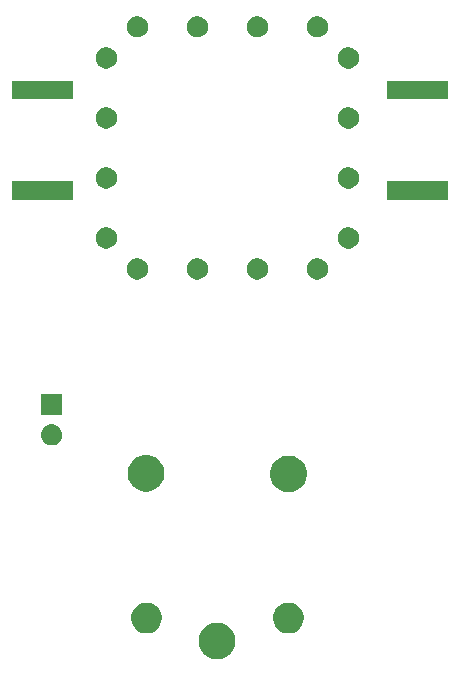
<source format=gbr>
G04 #@! TF.GenerationSoftware,KiCad,Pcbnew,(5.0.1-3-g963ef8bb5)*
G04 #@! TF.CreationDate,2018-11-12T17:33:24-05:00*
G04 #@! TF.ProjectId,Noise Source,4E6F69736520536F757263652E6B6963,rev?*
G04 #@! TF.SameCoordinates,Original*
G04 #@! TF.FileFunction,Soldermask,Bot*
G04 #@! TF.FilePolarity,Negative*
%FSLAX46Y46*%
G04 Gerber Fmt 4.6, Leading zero omitted, Abs format (unit mm)*
G04 Created by KiCad (PCBNEW (5.0.1-3-g963ef8bb5)) date Monday, November 12, 2018 at 05:33:24 PM*
%MOMM*%
%LPD*%
G01*
G04 APERTURE LIST*
%ADD10C,0.100000*%
G04 APERTURE END LIST*
D10*
G36*
X154852527Y-145988736D02*
X154952410Y-146008604D01*
X155234674Y-146125521D01*
X155488705Y-146295259D01*
X155704741Y-146511295D01*
X155874479Y-146765326D01*
X155991396Y-147047590D01*
X156051000Y-147347240D01*
X156051000Y-147652760D01*
X155991396Y-147952410D01*
X155874479Y-148234674D01*
X155704741Y-148488705D01*
X155488705Y-148704741D01*
X155234674Y-148874479D01*
X154952410Y-148991396D01*
X154852527Y-149011264D01*
X154652762Y-149051000D01*
X154347238Y-149051000D01*
X154147473Y-149011264D01*
X154047590Y-148991396D01*
X153765326Y-148874479D01*
X153511295Y-148704741D01*
X153295259Y-148488705D01*
X153125521Y-148234674D01*
X153008604Y-147952410D01*
X152949000Y-147652760D01*
X152949000Y-147347240D01*
X153008604Y-147047590D01*
X153125521Y-146765326D01*
X153295259Y-146511295D01*
X153511295Y-146295259D01*
X153765326Y-146125521D01*
X154047590Y-146008604D01*
X154147473Y-145988736D01*
X154347238Y-145949000D01*
X154652762Y-145949000D01*
X154852527Y-145988736D01*
X154852527Y-145988736D01*
G37*
G36*
X148929485Y-144298996D02*
X148929487Y-144298997D01*
X148929488Y-144298997D01*
X149166255Y-144397069D01*
X149379342Y-144539449D01*
X149560551Y-144720658D01*
X149702931Y-144933745D01*
X149801004Y-145170515D01*
X149851000Y-145421861D01*
X149851000Y-145678139D01*
X149801004Y-145929485D01*
X149702931Y-146166255D01*
X149560551Y-146379342D01*
X149379342Y-146560551D01*
X149379339Y-146560553D01*
X149166255Y-146702931D01*
X148929488Y-146801003D01*
X148929487Y-146801003D01*
X148929485Y-146801004D01*
X148678139Y-146851000D01*
X148421861Y-146851000D01*
X148170515Y-146801004D01*
X148170513Y-146801003D01*
X148170512Y-146801003D01*
X147933745Y-146702931D01*
X147720661Y-146560553D01*
X147720658Y-146560551D01*
X147539449Y-146379342D01*
X147397069Y-146166255D01*
X147298996Y-145929485D01*
X147249000Y-145678139D01*
X147249000Y-145421861D01*
X147298996Y-145170515D01*
X147397069Y-144933745D01*
X147539449Y-144720658D01*
X147720658Y-144539449D01*
X147933745Y-144397069D01*
X148170512Y-144298997D01*
X148170513Y-144298997D01*
X148170515Y-144298996D01*
X148421861Y-144249000D01*
X148678139Y-144249000D01*
X148929485Y-144298996D01*
X148929485Y-144298996D01*
G37*
G36*
X160929485Y-144298996D02*
X160929487Y-144298997D01*
X160929488Y-144298997D01*
X161166255Y-144397069D01*
X161379342Y-144539449D01*
X161560551Y-144720658D01*
X161702931Y-144933745D01*
X161801004Y-145170515D01*
X161851000Y-145421861D01*
X161851000Y-145678139D01*
X161801004Y-145929485D01*
X161702931Y-146166255D01*
X161560551Y-146379342D01*
X161379342Y-146560551D01*
X161379339Y-146560553D01*
X161166255Y-146702931D01*
X160929488Y-146801003D01*
X160929487Y-146801003D01*
X160929485Y-146801004D01*
X160678139Y-146851000D01*
X160421861Y-146851000D01*
X160170515Y-146801004D01*
X160170513Y-146801003D01*
X160170512Y-146801003D01*
X159933745Y-146702931D01*
X159720661Y-146560553D01*
X159720658Y-146560551D01*
X159539449Y-146379342D01*
X159397069Y-146166255D01*
X159298996Y-145929485D01*
X159249000Y-145678139D01*
X159249000Y-145421861D01*
X159298996Y-145170515D01*
X159397069Y-144933745D01*
X159539449Y-144720658D01*
X159720658Y-144539449D01*
X159933745Y-144397069D01*
X160170512Y-144298997D01*
X160170513Y-144298997D01*
X160170515Y-144298996D01*
X160421861Y-144249000D01*
X160678139Y-144249000D01*
X160929485Y-144298996D01*
X160929485Y-144298996D01*
G37*
G36*
X160902527Y-131838736D02*
X161002410Y-131858604D01*
X161284674Y-131975521D01*
X161538705Y-132145259D01*
X161754741Y-132361295D01*
X161924479Y-132615326D01*
X162041396Y-132897590D01*
X162041396Y-132897591D01*
X162091055Y-133147240D01*
X162101000Y-133197240D01*
X162101000Y-133502760D01*
X162041396Y-133802410D01*
X161924479Y-134084674D01*
X161754741Y-134338705D01*
X161538705Y-134554741D01*
X161284674Y-134724479D01*
X161002410Y-134841396D01*
X160954127Y-134851000D01*
X160702762Y-134901000D01*
X160397238Y-134901000D01*
X160145873Y-134851000D01*
X160097590Y-134841396D01*
X159815326Y-134724479D01*
X159561295Y-134554741D01*
X159345259Y-134338705D01*
X159175521Y-134084674D01*
X159058604Y-133802410D01*
X158999000Y-133502760D01*
X158999000Y-133197240D01*
X159008946Y-133147240D01*
X159058604Y-132897591D01*
X159058604Y-132897590D01*
X159175521Y-132615326D01*
X159345259Y-132361295D01*
X159561295Y-132145259D01*
X159815326Y-131975521D01*
X160097590Y-131858604D01*
X160197473Y-131838736D01*
X160397238Y-131799000D01*
X160702762Y-131799000D01*
X160902527Y-131838736D01*
X160902527Y-131838736D01*
G37*
G36*
X148852527Y-131788736D02*
X148952410Y-131808604D01*
X149234674Y-131925521D01*
X149488705Y-132095259D01*
X149704741Y-132311295D01*
X149874479Y-132565326D01*
X149895190Y-132615328D01*
X149991396Y-132847591D01*
X150051000Y-133147238D01*
X150051000Y-133452762D01*
X150041054Y-133502762D01*
X149991396Y-133752410D01*
X149874479Y-134034674D01*
X149704741Y-134288705D01*
X149488705Y-134504741D01*
X149234674Y-134674479D01*
X148952410Y-134791396D01*
X148852527Y-134811264D01*
X148652762Y-134851000D01*
X148347238Y-134851000D01*
X148147473Y-134811264D01*
X148047590Y-134791396D01*
X147765326Y-134674479D01*
X147511295Y-134504741D01*
X147295259Y-134288705D01*
X147125521Y-134034674D01*
X147008604Y-133752410D01*
X146958946Y-133502762D01*
X146949000Y-133452762D01*
X146949000Y-133147238D01*
X147008604Y-132847591D01*
X147104810Y-132615328D01*
X147125521Y-132565326D01*
X147295259Y-132311295D01*
X147511295Y-132095259D01*
X147765326Y-131925521D01*
X148047590Y-131808604D01*
X148147473Y-131788736D01*
X148347238Y-131749000D01*
X148652762Y-131749000D01*
X148852527Y-131788736D01*
X148852527Y-131788736D01*
G37*
G36*
X140610442Y-129145518D02*
X140676627Y-129152037D01*
X140789853Y-129186384D01*
X140846467Y-129203557D01*
X140985087Y-129277652D01*
X141002991Y-129287222D01*
X141038729Y-129316552D01*
X141140186Y-129399814D01*
X141223448Y-129501271D01*
X141252778Y-129537009D01*
X141252779Y-129537011D01*
X141336443Y-129693533D01*
X141336443Y-129693534D01*
X141387963Y-129863373D01*
X141405359Y-130040000D01*
X141387963Y-130216627D01*
X141353616Y-130329853D01*
X141336443Y-130386467D01*
X141262348Y-130525087D01*
X141252778Y-130542991D01*
X141223448Y-130578729D01*
X141140186Y-130680186D01*
X141038729Y-130763448D01*
X141002991Y-130792778D01*
X141002989Y-130792779D01*
X140846467Y-130876443D01*
X140789853Y-130893616D01*
X140676627Y-130927963D01*
X140610442Y-130934482D01*
X140544260Y-130941000D01*
X140455740Y-130941000D01*
X140389558Y-130934482D01*
X140323373Y-130927963D01*
X140210147Y-130893616D01*
X140153533Y-130876443D01*
X139997011Y-130792779D01*
X139997009Y-130792778D01*
X139961271Y-130763448D01*
X139859814Y-130680186D01*
X139776552Y-130578729D01*
X139747222Y-130542991D01*
X139737652Y-130525087D01*
X139663557Y-130386467D01*
X139646384Y-130329853D01*
X139612037Y-130216627D01*
X139594641Y-130040000D01*
X139612037Y-129863373D01*
X139663557Y-129693534D01*
X139663557Y-129693533D01*
X139747221Y-129537011D01*
X139747222Y-129537009D01*
X139776552Y-129501271D01*
X139859814Y-129399814D01*
X139961271Y-129316552D01*
X139997009Y-129287222D01*
X140014913Y-129277652D01*
X140153533Y-129203557D01*
X140210147Y-129186384D01*
X140323373Y-129152037D01*
X140389558Y-129145518D01*
X140455740Y-129139000D01*
X140544260Y-129139000D01*
X140610442Y-129145518D01*
X140610442Y-129145518D01*
G37*
G36*
X141401000Y-128401000D02*
X139599000Y-128401000D01*
X139599000Y-126599000D01*
X141401000Y-126599000D01*
X141401000Y-128401000D01*
X141401000Y-128401000D01*
G37*
G36*
X148022812Y-115133624D02*
X148186784Y-115201544D01*
X148334354Y-115300147D01*
X148459853Y-115425646D01*
X148558456Y-115573216D01*
X148626376Y-115737188D01*
X148661000Y-115911259D01*
X148661000Y-116088741D01*
X148626376Y-116262812D01*
X148558456Y-116426784D01*
X148459853Y-116574354D01*
X148334354Y-116699853D01*
X148186784Y-116798456D01*
X148022812Y-116866376D01*
X147848741Y-116901000D01*
X147671259Y-116901000D01*
X147497188Y-116866376D01*
X147333216Y-116798456D01*
X147185646Y-116699853D01*
X147060147Y-116574354D01*
X146961544Y-116426784D01*
X146893624Y-116262812D01*
X146859000Y-116088741D01*
X146859000Y-115911259D01*
X146893624Y-115737188D01*
X146961544Y-115573216D01*
X147060147Y-115425646D01*
X147185646Y-115300147D01*
X147333216Y-115201544D01*
X147497188Y-115133624D01*
X147671259Y-115099000D01*
X147848741Y-115099000D01*
X148022812Y-115133624D01*
X148022812Y-115133624D01*
G37*
G36*
X163262812Y-115133624D02*
X163426784Y-115201544D01*
X163574354Y-115300147D01*
X163699853Y-115425646D01*
X163798456Y-115573216D01*
X163866376Y-115737188D01*
X163901000Y-115911259D01*
X163901000Y-116088741D01*
X163866376Y-116262812D01*
X163798456Y-116426784D01*
X163699853Y-116574354D01*
X163574354Y-116699853D01*
X163426784Y-116798456D01*
X163262812Y-116866376D01*
X163088741Y-116901000D01*
X162911259Y-116901000D01*
X162737188Y-116866376D01*
X162573216Y-116798456D01*
X162425646Y-116699853D01*
X162300147Y-116574354D01*
X162201544Y-116426784D01*
X162133624Y-116262812D01*
X162099000Y-116088741D01*
X162099000Y-115911259D01*
X162133624Y-115737188D01*
X162201544Y-115573216D01*
X162300147Y-115425646D01*
X162425646Y-115300147D01*
X162573216Y-115201544D01*
X162737188Y-115133624D01*
X162911259Y-115099000D01*
X163088741Y-115099000D01*
X163262812Y-115133624D01*
X163262812Y-115133624D01*
G37*
G36*
X158182812Y-115133624D02*
X158346784Y-115201544D01*
X158494354Y-115300147D01*
X158619853Y-115425646D01*
X158718456Y-115573216D01*
X158786376Y-115737188D01*
X158821000Y-115911259D01*
X158821000Y-116088741D01*
X158786376Y-116262812D01*
X158718456Y-116426784D01*
X158619853Y-116574354D01*
X158494354Y-116699853D01*
X158346784Y-116798456D01*
X158182812Y-116866376D01*
X158008741Y-116901000D01*
X157831259Y-116901000D01*
X157657188Y-116866376D01*
X157493216Y-116798456D01*
X157345646Y-116699853D01*
X157220147Y-116574354D01*
X157121544Y-116426784D01*
X157053624Y-116262812D01*
X157019000Y-116088741D01*
X157019000Y-115911259D01*
X157053624Y-115737188D01*
X157121544Y-115573216D01*
X157220147Y-115425646D01*
X157345646Y-115300147D01*
X157493216Y-115201544D01*
X157657188Y-115133624D01*
X157831259Y-115099000D01*
X158008741Y-115099000D01*
X158182812Y-115133624D01*
X158182812Y-115133624D01*
G37*
G36*
X153102812Y-115133624D02*
X153266784Y-115201544D01*
X153414354Y-115300147D01*
X153539853Y-115425646D01*
X153638456Y-115573216D01*
X153706376Y-115737188D01*
X153741000Y-115911259D01*
X153741000Y-116088741D01*
X153706376Y-116262812D01*
X153638456Y-116426784D01*
X153539853Y-116574354D01*
X153414354Y-116699853D01*
X153266784Y-116798456D01*
X153102812Y-116866376D01*
X152928741Y-116901000D01*
X152751259Y-116901000D01*
X152577188Y-116866376D01*
X152413216Y-116798456D01*
X152265646Y-116699853D01*
X152140147Y-116574354D01*
X152041544Y-116426784D01*
X151973624Y-116262812D01*
X151939000Y-116088741D01*
X151939000Y-115911259D01*
X151973624Y-115737188D01*
X152041544Y-115573216D01*
X152140147Y-115425646D01*
X152265646Y-115300147D01*
X152413216Y-115201544D01*
X152577188Y-115133624D01*
X152751259Y-115099000D01*
X152928741Y-115099000D01*
X153102812Y-115133624D01*
X153102812Y-115133624D01*
G37*
G36*
X165892812Y-112503624D02*
X166056784Y-112571544D01*
X166204354Y-112670147D01*
X166329853Y-112795646D01*
X166428456Y-112943216D01*
X166496376Y-113107188D01*
X166531000Y-113281259D01*
X166531000Y-113458741D01*
X166496376Y-113632812D01*
X166428456Y-113796784D01*
X166329853Y-113944354D01*
X166204354Y-114069853D01*
X166056784Y-114168456D01*
X165892812Y-114236376D01*
X165718741Y-114271000D01*
X165541259Y-114271000D01*
X165367188Y-114236376D01*
X165203216Y-114168456D01*
X165055646Y-114069853D01*
X164930147Y-113944354D01*
X164831544Y-113796784D01*
X164763624Y-113632812D01*
X164729000Y-113458741D01*
X164729000Y-113281259D01*
X164763624Y-113107188D01*
X164831544Y-112943216D01*
X164930147Y-112795646D01*
X165055646Y-112670147D01*
X165203216Y-112571544D01*
X165367188Y-112503624D01*
X165541259Y-112469000D01*
X165718741Y-112469000D01*
X165892812Y-112503624D01*
X165892812Y-112503624D01*
G37*
G36*
X145392812Y-112503624D02*
X145556784Y-112571544D01*
X145704354Y-112670147D01*
X145829853Y-112795646D01*
X145928456Y-112943216D01*
X145996376Y-113107188D01*
X146031000Y-113281259D01*
X146031000Y-113458741D01*
X145996376Y-113632812D01*
X145928456Y-113796784D01*
X145829853Y-113944354D01*
X145704354Y-114069853D01*
X145556784Y-114168456D01*
X145392812Y-114236376D01*
X145218741Y-114271000D01*
X145041259Y-114271000D01*
X144867188Y-114236376D01*
X144703216Y-114168456D01*
X144555646Y-114069853D01*
X144430147Y-113944354D01*
X144331544Y-113796784D01*
X144263624Y-113632812D01*
X144229000Y-113458741D01*
X144229000Y-113281259D01*
X144263624Y-113107188D01*
X144331544Y-112943216D01*
X144430147Y-112795646D01*
X144555646Y-112670147D01*
X144703216Y-112571544D01*
X144867188Y-112503624D01*
X145041259Y-112469000D01*
X145218741Y-112469000D01*
X145392812Y-112503624D01*
X145392812Y-112503624D01*
G37*
G36*
X174091000Y-110151000D02*
X168909000Y-110151000D01*
X168909000Y-108549000D01*
X174091000Y-108549000D01*
X174091000Y-110151000D01*
X174091000Y-110151000D01*
G37*
G36*
X142291000Y-110151000D02*
X137109000Y-110151000D01*
X137109000Y-108549000D01*
X142291000Y-108549000D01*
X142291000Y-110151000D01*
X142291000Y-110151000D01*
G37*
G36*
X165892812Y-107423624D02*
X166056784Y-107491544D01*
X166204354Y-107590147D01*
X166329853Y-107715646D01*
X166428456Y-107863216D01*
X166496376Y-108027188D01*
X166531000Y-108201259D01*
X166531000Y-108378741D01*
X166496376Y-108552812D01*
X166428456Y-108716784D01*
X166329853Y-108864354D01*
X166204354Y-108989853D01*
X166056784Y-109088456D01*
X165892812Y-109156376D01*
X165718741Y-109191000D01*
X165541259Y-109191000D01*
X165367188Y-109156376D01*
X165203216Y-109088456D01*
X165055646Y-108989853D01*
X164930147Y-108864354D01*
X164831544Y-108716784D01*
X164763624Y-108552812D01*
X164729000Y-108378741D01*
X164729000Y-108201259D01*
X164763624Y-108027188D01*
X164831544Y-107863216D01*
X164930147Y-107715646D01*
X165055646Y-107590147D01*
X165203216Y-107491544D01*
X165367188Y-107423624D01*
X165541259Y-107389000D01*
X165718741Y-107389000D01*
X165892812Y-107423624D01*
X165892812Y-107423624D01*
G37*
G36*
X145392812Y-107423624D02*
X145556784Y-107491544D01*
X145704354Y-107590147D01*
X145829853Y-107715646D01*
X145928456Y-107863216D01*
X145996376Y-108027188D01*
X146031000Y-108201259D01*
X146031000Y-108378741D01*
X145996376Y-108552812D01*
X145928456Y-108716784D01*
X145829853Y-108864354D01*
X145704354Y-108989853D01*
X145556784Y-109088456D01*
X145392812Y-109156376D01*
X145218741Y-109191000D01*
X145041259Y-109191000D01*
X144867188Y-109156376D01*
X144703216Y-109088456D01*
X144555646Y-108989853D01*
X144430147Y-108864354D01*
X144331544Y-108716784D01*
X144263624Y-108552812D01*
X144229000Y-108378741D01*
X144229000Y-108201259D01*
X144263624Y-108027188D01*
X144331544Y-107863216D01*
X144430147Y-107715646D01*
X144555646Y-107590147D01*
X144703216Y-107491544D01*
X144867188Y-107423624D01*
X145041259Y-107389000D01*
X145218741Y-107389000D01*
X145392812Y-107423624D01*
X145392812Y-107423624D01*
G37*
G36*
X145392812Y-102343624D02*
X145556784Y-102411544D01*
X145704354Y-102510147D01*
X145829853Y-102635646D01*
X145928456Y-102783216D01*
X145996376Y-102947188D01*
X146031000Y-103121259D01*
X146031000Y-103298741D01*
X145996376Y-103472812D01*
X145928456Y-103636784D01*
X145829853Y-103784354D01*
X145704354Y-103909853D01*
X145556784Y-104008456D01*
X145392812Y-104076376D01*
X145218741Y-104111000D01*
X145041259Y-104111000D01*
X144867188Y-104076376D01*
X144703216Y-104008456D01*
X144555646Y-103909853D01*
X144430147Y-103784354D01*
X144331544Y-103636784D01*
X144263624Y-103472812D01*
X144229000Y-103298741D01*
X144229000Y-103121259D01*
X144263624Y-102947188D01*
X144331544Y-102783216D01*
X144430147Y-102635646D01*
X144555646Y-102510147D01*
X144703216Y-102411544D01*
X144867188Y-102343624D01*
X145041259Y-102309000D01*
X145218741Y-102309000D01*
X145392812Y-102343624D01*
X145392812Y-102343624D01*
G37*
G36*
X165892812Y-102343624D02*
X166056784Y-102411544D01*
X166204354Y-102510147D01*
X166329853Y-102635646D01*
X166428456Y-102783216D01*
X166496376Y-102947188D01*
X166531000Y-103121259D01*
X166531000Y-103298741D01*
X166496376Y-103472812D01*
X166428456Y-103636784D01*
X166329853Y-103784354D01*
X166204354Y-103909853D01*
X166056784Y-104008456D01*
X165892812Y-104076376D01*
X165718741Y-104111000D01*
X165541259Y-104111000D01*
X165367188Y-104076376D01*
X165203216Y-104008456D01*
X165055646Y-103909853D01*
X164930147Y-103784354D01*
X164831544Y-103636784D01*
X164763624Y-103472812D01*
X164729000Y-103298741D01*
X164729000Y-103121259D01*
X164763624Y-102947188D01*
X164831544Y-102783216D01*
X164930147Y-102635646D01*
X165055646Y-102510147D01*
X165203216Y-102411544D01*
X165367188Y-102343624D01*
X165541259Y-102309000D01*
X165718741Y-102309000D01*
X165892812Y-102343624D01*
X165892812Y-102343624D01*
G37*
G36*
X142291000Y-101651000D02*
X137109000Y-101651000D01*
X137109000Y-100049000D01*
X142291000Y-100049000D01*
X142291000Y-101651000D01*
X142291000Y-101651000D01*
G37*
G36*
X174091000Y-101651000D02*
X168909000Y-101651000D01*
X168909000Y-100049000D01*
X174091000Y-100049000D01*
X174091000Y-101651000D01*
X174091000Y-101651000D01*
G37*
G36*
X145392812Y-97263624D02*
X145556784Y-97331544D01*
X145704354Y-97430147D01*
X145829853Y-97555646D01*
X145928456Y-97703216D01*
X145996376Y-97867188D01*
X146031000Y-98041259D01*
X146031000Y-98218741D01*
X145996376Y-98392812D01*
X145928456Y-98556784D01*
X145829853Y-98704354D01*
X145704354Y-98829853D01*
X145556784Y-98928456D01*
X145392812Y-98996376D01*
X145218741Y-99031000D01*
X145041259Y-99031000D01*
X144867188Y-98996376D01*
X144703216Y-98928456D01*
X144555646Y-98829853D01*
X144430147Y-98704354D01*
X144331544Y-98556784D01*
X144263624Y-98392812D01*
X144229000Y-98218741D01*
X144229000Y-98041259D01*
X144263624Y-97867188D01*
X144331544Y-97703216D01*
X144430147Y-97555646D01*
X144555646Y-97430147D01*
X144703216Y-97331544D01*
X144867188Y-97263624D01*
X145041259Y-97229000D01*
X145218741Y-97229000D01*
X145392812Y-97263624D01*
X145392812Y-97263624D01*
G37*
G36*
X165892812Y-97263624D02*
X166056784Y-97331544D01*
X166204354Y-97430147D01*
X166329853Y-97555646D01*
X166428456Y-97703216D01*
X166496376Y-97867188D01*
X166531000Y-98041259D01*
X166531000Y-98218741D01*
X166496376Y-98392812D01*
X166428456Y-98556784D01*
X166329853Y-98704354D01*
X166204354Y-98829853D01*
X166056784Y-98928456D01*
X165892812Y-98996376D01*
X165718741Y-99031000D01*
X165541259Y-99031000D01*
X165367188Y-98996376D01*
X165203216Y-98928456D01*
X165055646Y-98829853D01*
X164930147Y-98704354D01*
X164831544Y-98556784D01*
X164763624Y-98392812D01*
X164729000Y-98218741D01*
X164729000Y-98041259D01*
X164763624Y-97867188D01*
X164831544Y-97703216D01*
X164930147Y-97555646D01*
X165055646Y-97430147D01*
X165203216Y-97331544D01*
X165367188Y-97263624D01*
X165541259Y-97229000D01*
X165718741Y-97229000D01*
X165892812Y-97263624D01*
X165892812Y-97263624D01*
G37*
G36*
X163262812Y-94633624D02*
X163426784Y-94701544D01*
X163574354Y-94800147D01*
X163699853Y-94925646D01*
X163798456Y-95073216D01*
X163866376Y-95237188D01*
X163901000Y-95411259D01*
X163901000Y-95588741D01*
X163866376Y-95762812D01*
X163798456Y-95926784D01*
X163699853Y-96074354D01*
X163574354Y-96199853D01*
X163426784Y-96298456D01*
X163262812Y-96366376D01*
X163088741Y-96401000D01*
X162911259Y-96401000D01*
X162737188Y-96366376D01*
X162573216Y-96298456D01*
X162425646Y-96199853D01*
X162300147Y-96074354D01*
X162201544Y-95926784D01*
X162133624Y-95762812D01*
X162099000Y-95588741D01*
X162099000Y-95411259D01*
X162133624Y-95237188D01*
X162201544Y-95073216D01*
X162300147Y-94925646D01*
X162425646Y-94800147D01*
X162573216Y-94701544D01*
X162737188Y-94633624D01*
X162911259Y-94599000D01*
X163088741Y-94599000D01*
X163262812Y-94633624D01*
X163262812Y-94633624D01*
G37*
G36*
X148022812Y-94633624D02*
X148186784Y-94701544D01*
X148334354Y-94800147D01*
X148459853Y-94925646D01*
X148558456Y-95073216D01*
X148626376Y-95237188D01*
X148661000Y-95411259D01*
X148661000Y-95588741D01*
X148626376Y-95762812D01*
X148558456Y-95926784D01*
X148459853Y-96074354D01*
X148334354Y-96199853D01*
X148186784Y-96298456D01*
X148022812Y-96366376D01*
X147848741Y-96401000D01*
X147671259Y-96401000D01*
X147497188Y-96366376D01*
X147333216Y-96298456D01*
X147185646Y-96199853D01*
X147060147Y-96074354D01*
X146961544Y-95926784D01*
X146893624Y-95762812D01*
X146859000Y-95588741D01*
X146859000Y-95411259D01*
X146893624Y-95237188D01*
X146961544Y-95073216D01*
X147060147Y-94925646D01*
X147185646Y-94800147D01*
X147333216Y-94701544D01*
X147497188Y-94633624D01*
X147671259Y-94599000D01*
X147848741Y-94599000D01*
X148022812Y-94633624D01*
X148022812Y-94633624D01*
G37*
G36*
X153102812Y-94633624D02*
X153266784Y-94701544D01*
X153414354Y-94800147D01*
X153539853Y-94925646D01*
X153638456Y-95073216D01*
X153706376Y-95237188D01*
X153741000Y-95411259D01*
X153741000Y-95588741D01*
X153706376Y-95762812D01*
X153638456Y-95926784D01*
X153539853Y-96074354D01*
X153414354Y-96199853D01*
X153266784Y-96298456D01*
X153102812Y-96366376D01*
X152928741Y-96401000D01*
X152751259Y-96401000D01*
X152577188Y-96366376D01*
X152413216Y-96298456D01*
X152265646Y-96199853D01*
X152140147Y-96074354D01*
X152041544Y-95926784D01*
X151973624Y-95762812D01*
X151939000Y-95588741D01*
X151939000Y-95411259D01*
X151973624Y-95237188D01*
X152041544Y-95073216D01*
X152140147Y-94925646D01*
X152265646Y-94800147D01*
X152413216Y-94701544D01*
X152577188Y-94633624D01*
X152751259Y-94599000D01*
X152928741Y-94599000D01*
X153102812Y-94633624D01*
X153102812Y-94633624D01*
G37*
G36*
X158182812Y-94633624D02*
X158346784Y-94701544D01*
X158494354Y-94800147D01*
X158619853Y-94925646D01*
X158718456Y-95073216D01*
X158786376Y-95237188D01*
X158821000Y-95411259D01*
X158821000Y-95588741D01*
X158786376Y-95762812D01*
X158718456Y-95926784D01*
X158619853Y-96074354D01*
X158494354Y-96199853D01*
X158346784Y-96298456D01*
X158182812Y-96366376D01*
X158008741Y-96401000D01*
X157831259Y-96401000D01*
X157657188Y-96366376D01*
X157493216Y-96298456D01*
X157345646Y-96199853D01*
X157220147Y-96074354D01*
X157121544Y-95926784D01*
X157053624Y-95762812D01*
X157019000Y-95588741D01*
X157019000Y-95411259D01*
X157053624Y-95237188D01*
X157121544Y-95073216D01*
X157220147Y-94925646D01*
X157345646Y-94800147D01*
X157493216Y-94701544D01*
X157657188Y-94633624D01*
X157831259Y-94599000D01*
X158008741Y-94599000D01*
X158182812Y-94633624D01*
X158182812Y-94633624D01*
G37*
M02*

</source>
